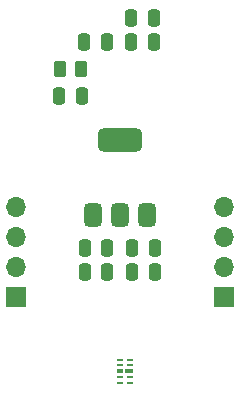
<source format=gbr>
%TF.GenerationSoftware,KiCad,Pcbnew,8.0.4*%
%TF.CreationDate,2024-09-01T23:06:17-05:00*%
%TF.ProjectId,Quick Hack,51756963-6b20-4486-9163-6b2e6b696361,rev?*%
%TF.SameCoordinates,Original*%
%TF.FileFunction,Soldermask,Bot*%
%TF.FilePolarity,Negative*%
%FSLAX46Y46*%
G04 Gerber Fmt 4.6, Leading zero omitted, Abs format (unit mm)*
G04 Created by KiCad (PCBNEW 8.0.4) date 2024-09-01 23:06:17*
%MOMM*%
%LPD*%
G01*
G04 APERTURE LIST*
G04 Aperture macros list*
%AMRoundRect*
0 Rectangle with rounded corners*
0 $1 Rounding radius*
0 $2 $3 $4 $5 $6 $7 $8 $9 X,Y pos of 4 corners*
0 Add a 4 corners polygon primitive as box body*
4,1,4,$2,$3,$4,$5,$6,$7,$8,$9,$2,$3,0*
0 Add four circle primitives for the rounded corners*
1,1,$1+$1,$2,$3*
1,1,$1+$1,$4,$5*
1,1,$1+$1,$6,$7*
1,1,$1+$1,$8,$9*
0 Add four rect primitives between the rounded corners*
20,1,$1+$1,$2,$3,$4,$5,0*
20,1,$1+$1,$4,$5,$6,$7,0*
20,1,$1+$1,$6,$7,$8,$9,0*
20,1,$1+$1,$8,$9,$2,$3,0*%
G04 Aperture macros list end*
%ADD10R,1.700000X1.700000*%
%ADD11O,1.700000X1.700000*%
%ADD12RoundRect,0.250000X-0.250000X-0.475000X0.250000X-0.475000X0.250000X0.475000X-0.250000X0.475000X0*%
%ADD13R,0.625000X0.250000*%
%ADD14R,0.700000X0.450000*%
%ADD15R,0.575000X0.450000*%
%ADD16RoundRect,0.250000X0.262500X0.450000X-0.262500X0.450000X-0.262500X-0.450000X0.262500X-0.450000X0*%
%ADD17RoundRect,0.250000X0.250000X0.475000X-0.250000X0.475000X-0.250000X-0.475000X0.250000X-0.475000X0*%
%ADD18RoundRect,0.375000X0.375000X-0.625000X0.375000X0.625000X-0.375000X0.625000X-0.375000X-0.625000X0*%
%ADD19RoundRect,0.500000X1.400000X-0.500000X1.400000X0.500000X-1.400000X0.500000X-1.400000X-0.500000X0*%
G04 APERTURE END LIST*
D10*
%TO.C,J2*%
X140600000Y-79800000D03*
D11*
X140600000Y-77260000D03*
X140600000Y-74720000D03*
X140600000Y-72180000D03*
%TD*%
D10*
%TO.C,J3*%
X123000000Y-79800000D03*
D11*
X123000000Y-77260000D03*
X123000000Y-74720000D03*
X123000000Y-72180000D03*
%TD*%
D12*
%TO.C,C2*%
X128850000Y-75700000D03*
X130750000Y-75700000D03*
%TD*%
D13*
%TO.C,U4*%
X132637500Y-85100000D03*
X132637500Y-85600000D03*
D14*
X132600000Y-86100000D03*
D13*
X132637500Y-86600000D03*
X132637500Y-87100000D03*
X131862500Y-87100000D03*
X131862500Y-86600000D03*
D15*
X131837500Y-86100000D03*
D13*
X131862500Y-85600000D03*
X131862500Y-85100000D03*
%TD*%
D12*
%TO.C,C4*%
X132850000Y-77700000D03*
X134750000Y-77700000D03*
%TD*%
%TO.C,C1*%
X128850000Y-77700000D03*
X130750000Y-77700000D03*
%TD*%
%TO.C,C6*%
X132800000Y-58200000D03*
X134700000Y-58200000D03*
%TD*%
D16*
%TO.C,R3*%
X128562500Y-60500000D03*
X126737500Y-60500000D03*
%TD*%
D17*
%TO.C,C9*%
X128600000Y-62800000D03*
X126700000Y-62800000D03*
%TD*%
D12*
%TO.C,C3*%
X128800000Y-58200000D03*
X130700000Y-58200000D03*
%TD*%
%TO.C,C5*%
X132850000Y-75700000D03*
X134750000Y-75700000D03*
%TD*%
D18*
%TO.C,U1*%
X134100000Y-72850000D03*
X131800000Y-72850000D03*
D19*
X131800000Y-66550000D03*
D18*
X129500000Y-72850000D03*
%TD*%
D12*
%TO.C,C8*%
X132800000Y-56200000D03*
X134700000Y-56200000D03*
%TD*%
M02*

</source>
